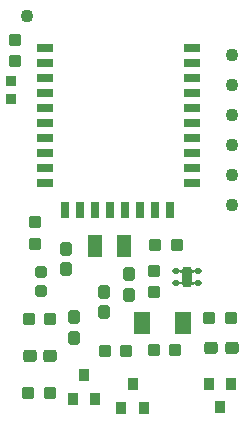
<source format=gbr>
G04 #@! TF.GenerationSoftware,KiCad,Pcbnew,(6.0.0)*
G04 #@! TF.CreationDate,2022-04-30T09:15:09+02:00*
G04 #@! TF.ProjectId,parasite,70617261-7369-4746-952e-6b696361645f,1.2.0*
G04 #@! TF.SameCoordinates,Original*
G04 #@! TF.FileFunction,Soldermask,Top*
G04 #@! TF.FilePolarity,Negative*
%FSLAX46Y46*%
G04 Gerber Fmt 4.6, Leading zero omitted, Abs format (unit mm)*
G04 Created by KiCad (PCBNEW (6.0.0)) date 2022-04-30 09:15:09*
%MOMM*%
%LPD*%
G01*
G04 APERTURE LIST*
G04 Aperture macros list*
%AMRoundRect*
0 Rectangle with rounded corners*
0 $1 Rounding radius*
0 $2 $3 $4 $5 $6 $7 $8 $9 X,Y pos of 4 corners*
0 Add a 4 corners polygon primitive as box body*
4,1,4,$2,$3,$4,$5,$6,$7,$8,$9,$2,$3,0*
0 Add four circle primitives for the rounded corners*
1,1,$1+$1,$2,$3*
1,1,$1+$1,$4,$5*
1,1,$1+$1,$6,$7*
1,1,$1+$1,$8,$9*
0 Add four rect primitives between the rounded corners*
20,1,$1+$1,$2,$3,$4,$5,0*
20,1,$1+$1,$4,$5,$6,$7,0*
20,1,$1+$1,$6,$7,$8,$9,0*
20,1,$1+$1,$8,$9,$2,$3,0*%
G04 Aperture macros list end*
%ADD10RoundRect,0.288500X0.237500X-0.300000X0.237500X0.300000X-0.237500X0.300000X-0.237500X-0.300000X0*%
%ADD11RoundRect,0.288500X0.300000X0.237500X-0.300000X0.237500X-0.300000X-0.237500X0.300000X-0.237500X0*%
%ADD12RoundRect,0.288500X-0.237500X0.300000X-0.237500X-0.300000X0.237500X-0.300000X0.237500X0.300000X0*%
%ADD13RoundRect,0.288500X-0.300000X-0.237500X0.300000X-0.237500X0.300000X0.237500X-0.300000X0.237500X0*%
%ADD14RoundRect,0.288500X0.237500X-0.250000X0.237500X0.250000X-0.237500X0.250000X-0.237500X-0.250000X0*%
%ADD15RoundRect,0.288500X0.250000X0.237500X-0.250000X0.237500X-0.250000X-0.237500X0.250000X-0.237500X0*%
%ADD16RoundRect,0.051000X0.400000X-0.450000X0.400000X0.450000X-0.400000X0.450000X-0.400000X-0.450000X0*%
%ADD17RoundRect,0.288500X-0.250000X-0.237500X0.250000X-0.237500X0.250000X0.237500X-0.250000X0.237500X0*%
%ADD18C,1.102000*%
%ADD19RoundRect,0.288500X-0.237500X0.250000X-0.237500X-0.250000X0.237500X-0.250000X0.237500X0.250000X0*%
%ADD20RoundRect,0.051000X-0.400000X0.450000X-0.400000X-0.450000X0.400000X-0.450000X0.400000X0.450000X0*%
%ADD21RoundRect,0.051000X0.500000X0.900000X-0.500000X0.900000X-0.500000X-0.900000X0.500000X-0.900000X0*%
%ADD22RoundRect,0.269750X0.256250X-0.218750X0.256250X0.218750X-0.256250X0.218750X-0.256250X-0.218750X0*%
%ADD23RoundRect,0.138500X0.187500X0.087500X-0.187500X0.087500X-0.187500X-0.087500X0.187500X-0.087500X0*%
%ADD24RoundRect,0.226000X0.175000X0.625000X-0.175000X0.625000X-0.175000X-0.625000X0.175000X-0.625000X0*%
%ADD25RoundRect,0.051000X0.650000X0.850000X-0.650000X0.850000X-0.650000X-0.850000X0.650000X-0.850000X0*%
%ADD26RoundRect,0.051000X0.600000X-0.325000X0.600000X0.325000X-0.600000X0.325000X-0.600000X-0.325000X0*%
%ADD27RoundRect,0.051000X0.325000X0.600000X-0.325000X0.600000X-0.325000X-0.600000X0.325000X-0.600000X0*%
%ADD28RoundRect,0.051000X0.400000X-0.400000X0.400000X0.400000X-0.400000X0.400000X-0.400000X-0.400000X0*%
G04 APERTURE END LIST*
D10*
X63290000Y-55742500D03*
X63290000Y-54017500D03*
D11*
X61222500Y-57280000D03*
X59497500Y-57280000D03*
D10*
X65760000Y-53592500D03*
X65760000Y-51867500D03*
D12*
X62550000Y-48227500D03*
X62550000Y-49952500D03*
D13*
X74887500Y-56630000D03*
X76612500Y-56630000D03*
D10*
X67940000Y-52102500D03*
X67940000Y-50377500D03*
D14*
X70060000Y-51912500D03*
X70060000Y-50087500D03*
D15*
X71832500Y-56820000D03*
X70007500Y-56820000D03*
X61222500Y-60410000D03*
X59397500Y-60410000D03*
D16*
X63150000Y-60900000D03*
X65050000Y-60900000D03*
X64100000Y-58900000D03*
D17*
X65867500Y-56830000D03*
X67692500Y-56830000D03*
X59407500Y-54180000D03*
X61232500Y-54180000D03*
D18*
X76640000Y-36880000D03*
X76640000Y-39420000D03*
X76640000Y-44500000D03*
X76640000Y-41960000D03*
X76640000Y-34340000D03*
D19*
X59990000Y-45957500D03*
X59990000Y-47782500D03*
D20*
X76560000Y-59640000D03*
X74660000Y-59640000D03*
X75610000Y-61640000D03*
D21*
X65000000Y-48000000D03*
X67500000Y-48000000D03*
D22*
X60450000Y-51767500D03*
X60450000Y-50192500D03*
D15*
X71972500Y-47860000D03*
X70147500Y-47860000D03*
D17*
X74707500Y-54090000D03*
X76532500Y-54090000D03*
D16*
X67260000Y-61690000D03*
X69160000Y-61690000D03*
X68210000Y-59690000D03*
D23*
X73725000Y-51100000D03*
X73725000Y-50100000D03*
X71875000Y-50100000D03*
X71875000Y-51100000D03*
D24*
X72800000Y-50600000D03*
D25*
X72510000Y-54460000D03*
X69010000Y-54460000D03*
D18*
X76640000Y-31800000D03*
D26*
X60781000Y-31170000D03*
X60781000Y-32440000D03*
X60781000Y-33710000D03*
X60781000Y-34980000D03*
X60781000Y-36250000D03*
X60781000Y-37520000D03*
X60781000Y-38790000D03*
X60781000Y-40060000D03*
X60781000Y-41330000D03*
X60781000Y-42600000D03*
D27*
X62530000Y-44919000D03*
X63800000Y-44919000D03*
X65070000Y-44919000D03*
X66340000Y-44919000D03*
X67610000Y-44919000D03*
X68880000Y-44919000D03*
X70150000Y-44919000D03*
X71420000Y-44919000D03*
D26*
X73219000Y-42600000D03*
X73219000Y-41330000D03*
X73219000Y-40060000D03*
X73219000Y-38790000D03*
X73219000Y-37520000D03*
X73219000Y-36250000D03*
X73219000Y-34980000D03*
X73219000Y-33710000D03*
X73219000Y-32440000D03*
X73219000Y-31170000D03*
D18*
X59260000Y-28540000D03*
D14*
X58250000Y-32342500D03*
X58250000Y-30517500D03*
D28*
X57930000Y-35507500D03*
X57930000Y-34007500D03*
G36*
X72400222Y-50862286D02*
G01*
X72401000Y-50863869D01*
X72401000Y-51224801D01*
X72414899Y-51294677D01*
X72414256Y-51296571D01*
X72412294Y-51296961D01*
X72411142Y-51295948D01*
X72400096Y-51273450D01*
X72399870Y-51273561D01*
X72397875Y-51273427D01*
X72397172Y-51272602D01*
X72380029Y-51235356D01*
X72321655Y-51198085D01*
X72252396Y-51198289D01*
X72194046Y-51236033D01*
X72192871Y-51237578D01*
X72191026Y-51238351D01*
X72189434Y-51237140D01*
X72189317Y-51235977D01*
X72199000Y-51187301D01*
X72199000Y-51012699D01*
X72188572Y-50960277D01*
X72174945Y-50939883D01*
X72174814Y-50937887D01*
X72176477Y-50936776D01*
X72177891Y-50937237D01*
X72224948Y-50976563D01*
X72293664Y-50985194D01*
X72356139Y-50955303D01*
X72392622Y-50896241D01*
X72397018Y-50863602D01*
X72398240Y-50862019D01*
X72400222Y-50862286D01*
G37*
G36*
X73202919Y-50863299D02*
G01*
X73222596Y-50930314D01*
X73274939Y-50975669D01*
X73343492Y-50985526D01*
X73406637Y-50956688D01*
X73416526Y-50945479D01*
X73418422Y-50944842D01*
X73419922Y-50946165D01*
X73419689Y-50947913D01*
X73411428Y-50960277D01*
X73401000Y-51012699D01*
X73401000Y-51187301D01*
X73411428Y-51239723D01*
X73411745Y-51240198D01*
X73411876Y-51242194D01*
X73410212Y-51243305D01*
X73408799Y-51242844D01*
X73361746Y-51203521D01*
X73293030Y-51194890D01*
X73230555Y-51224780D01*
X73201512Y-51271796D01*
X73200280Y-51272459D01*
X73197208Y-51278744D01*
X73197113Y-51278917D01*
X73194032Y-51283905D01*
X73193594Y-51286000D01*
X73193433Y-51286468D01*
X73188901Y-51295740D01*
X73187242Y-51296857D01*
X73185445Y-51295979D01*
X73185142Y-51294472D01*
X73199000Y-51224801D01*
X73199000Y-50863862D01*
X73200000Y-50862130D01*
X73202000Y-50862130D01*
X73202919Y-50863299D01*
G37*
G36*
X73188858Y-49904052D02*
G01*
X73199904Y-49926550D01*
X73200130Y-49926439D01*
X73202125Y-49926573D01*
X73202828Y-49927398D01*
X73219971Y-49964644D01*
X73278345Y-50001915D01*
X73347604Y-50001711D01*
X73405954Y-49963967D01*
X73407129Y-49962422D01*
X73408974Y-49961649D01*
X73410566Y-49962860D01*
X73410683Y-49964023D01*
X73401000Y-50012699D01*
X73401000Y-50187301D01*
X73411428Y-50239723D01*
X73425055Y-50260117D01*
X73425186Y-50262113D01*
X73423523Y-50263224D01*
X73422109Y-50262763D01*
X73375052Y-50223437D01*
X73306336Y-50214806D01*
X73243861Y-50244697D01*
X73207378Y-50303759D01*
X73202982Y-50336398D01*
X73201760Y-50337981D01*
X73199778Y-50337714D01*
X73199000Y-50336131D01*
X73199000Y-49975199D01*
X73185101Y-49905323D01*
X73185744Y-49903429D01*
X73187706Y-49903039D01*
X73188858Y-49904052D01*
G37*
G36*
X72414555Y-49904021D02*
G01*
X72414858Y-49905528D01*
X72401000Y-49975199D01*
X72401000Y-50336138D01*
X72400000Y-50337870D01*
X72398000Y-50337870D01*
X72397081Y-50336701D01*
X72377404Y-50269686D01*
X72325061Y-50224331D01*
X72256508Y-50214474D01*
X72193363Y-50243312D01*
X72183474Y-50254521D01*
X72181578Y-50255158D01*
X72180078Y-50253835D01*
X72180311Y-50252087D01*
X72188572Y-50239723D01*
X72199000Y-50187301D01*
X72199000Y-50012699D01*
X72188572Y-49960277D01*
X72188255Y-49959802D01*
X72188124Y-49957806D01*
X72189788Y-49956695D01*
X72191201Y-49957156D01*
X72238254Y-49996479D01*
X72306970Y-50005110D01*
X72369445Y-49975220D01*
X72398488Y-49928204D01*
X72399720Y-49927541D01*
X72402792Y-49921256D01*
X72402887Y-49921083D01*
X72405968Y-49916095D01*
X72406406Y-49914000D01*
X72406567Y-49913532D01*
X72411099Y-49904260D01*
X72412758Y-49903143D01*
X72414555Y-49904021D01*
G37*
M02*

</source>
